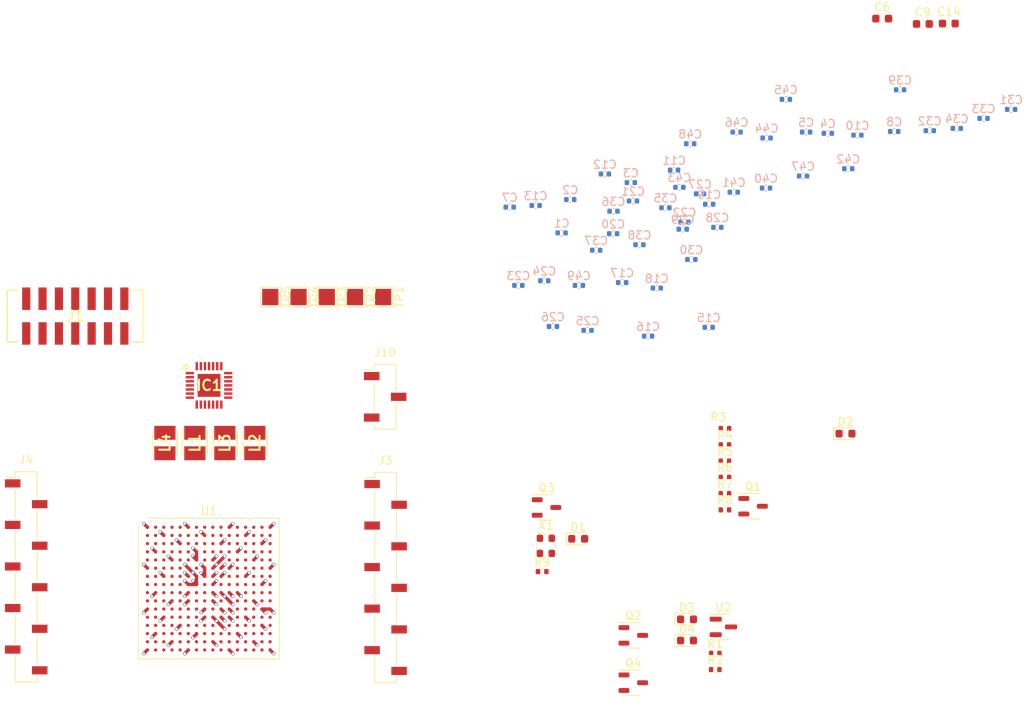
<source format=kicad_pcb>
(kicad_pcb (version 20221018) (generator pcbnew)
  (layers (0 "F.Cu" signal) (1 "In1.Cu" signal) (2 "In2.Cu" signal) (3 "In3.Cu" signal) (4 "In4.Cu" signal) (5 "In5.Cu" signal) (6 "In6.Cu" signal) (31 "B.Cu" signal) (34 "B.Paste" user) (35 "F.Paste" user) (36 "B.SilkS" user "B.Silkscreen") (37 "F.SilkS" user "F.Silkscreen") (38 "B.Mask" user) (39 "F.Mask" user) (44 "Edge.Cuts" user))
  (net 0 "")
  (net 1 "GND")
  (net 2 "EN1")
  (net 3 "Net-(D1-K)")
  (net 4 "Net-(D2-K)")
  (net 5 "Net-(D3-K)")
  (net 6 "Net-(D4-K)")
  (net 7 "EN3")
  (net 8 "PG4")
  (net 9 "EN4")
  (net 10 "LX4")
  (net 11 "LX3")
  (net 12 "EN2")
  (net 13 "LX2")
  (net 14 "LX1")
  (net 17 "TDI")
  (net 18 "TDO")
  (net 19 "TCK")
  (net 20 "TMS")
  (net 21 "Net-(J3-Pin_1)")
  (net 22 "Net-(J3-Pin_2)")
  (net 23 "Net-(J3-Pin_3)")
  (net 24 "Net-(J3-Pin_4)")
  (net 25 "Net-(J3-Pin_5)")
  (net 26 "Net-(J3-Pin_6)")
  (net 27 "Net-(J3-Pin_7)")
  (net 28 "Net-(J3-Pin_8)")
  (net 29 "Net-(J3-Pin_9)")
  (net 30 "Net-(J3-Pin_10)")
  (net 31 "Net-(J4-Pin_1)")
  (net 32 "Net-(J4-Pin_2)")
  (net 33 "Net-(J4-Pin_3)")
  (net 34 "Net-(J4-Pin_4)")
  (net 35 "Net-(J4-Pin_5)")
  (net 36 "Net-(J4-Pin_6)")
  (net 37 "Net-(J4-Pin_7)")
  (net 38 "Net-(J4-Pin_8)")
  (net 39 "Net-(J4-Pin_9)")
  (net 40 "Net-(J4-Pin_10)")
  (net 41 "DONE")
  (net 42 "LED_Test")
  (net 43 "INIT_B")
  (net 44 "Net-(U1C-PROGRAM_B_0)")
  (net 45 "Net-(X1-Tri-State)")
  (net 101 "Net-(U1C-VREFP_0)")
  (net 117 "CLK")
  (net 200 "1.8V")
  (net 201 "1V")
  (net 202 "3.3V")
  (net 203 "1.2V")
  (footprint "Resistor_SMD:R_0402_1005Metric" (layer "F.Cu") (at 164.07 90.92)
    (fp_text reference "R3")
    (fp_text value "10k")
  )
  (footprint "Connector_PinSocket_2.54mm:PinSocket_1x10_P2.54mm_Vertical_SMD_Pin1Left" (layer "F.Cu") (at 78.625 109.065)
    (fp_text reference "J4")
    (fp_text value "Conn_01x10_Socket")
  )
  (footprint "LED_SMD:LED_0603_1608Metric" (layer "F.Cu") (at 159.43 114.26)
    (fp_text reference "D3")
    (fp_text value "DONE")
  )
  (footprint "Resistor_SMD:R_0402_1005Metric" (layer "F.Cu") (at 164.07 98.88)
    (fp_text reference "R7")
    (fp_text value "1k")
  )
  (footprint "74404032015:INDPM3030X150N" (layer "F.Cu") (at 95.583334 92.7 -90)
    (fp_text reference "L4")
    (fp_text value "1u5" hide)
  )
  (footprint "TestPoint:TestPoint_Pad_2.0x2.0mm" (layer "F.Cu") (at 118.825 74.85 -90)
    (fp_text reference "TP2")
    (fp_text value "1V")
  )
  (footprint "LED_SMD:LED_0603_1608Metric" (layer "F.Cu") (at 159.43 116.85)
    (fp_text reference "D4")
    (fp_text value "INIT_B")
  )
  (footprint "Resistor_SMD:R_0402_1005Metric" (layer "F.Cu") (at 162.89 120.4)
    (fp_text reference "R2")
    (fp_text value "4k7")
  )
  (footprint "TestPoint:TestPoint_Pad_2.0x2.0mm" (layer "F.Cu") (at 122.275 74.85 -90)
    (fp_text reference "TP1")
    (fp_text value "GND")
  )
  (footprint "Package_TO_SOT_SMD:SOT-23-3" (layer "F.Cu") (at 152.86 122.01)
    (fp_text reference "Q4")
    (fp_text value "2N7000")
  )
  (footprint "74404032015:INDPM3030X150N" (layer "F.Cu") (at 102.916666 92.7 -90)
    (fp_text reference "L3")
    (fp_text value "1u5" hide)
  )
  (footprint "Capacitor_SMD:C_0603_1608Metric" (layer "F.Cu") (at 191.449 41.4)
    (fp_text reference "C14")
    (fp_text value "100u")
  )
  (footprint "Resistor_SMD:R_0402_1005Metric" (layer "F.Cu") (at 164.07 96.89)
    (fp_text reference "R6")
    (fp_text value "10k")
  )
  (footprint "74404032015:INDPM3030X150N" (layer "F.Cu") (at 99.25 92.7 -90)
    (fp_text reference "L1")
    (fp_text value "1u5" hide)
  )
  (footprint "LED_SMD:LED_0603_1608Metric" (layer "F.Cu") (at 178.8125 91.55)
    (fp_text reference "D2")
    (fp_text value "PG")
  )
  (footprint "TestPoint:TestPoint_Pad_2.0x2.0mm" (layer "F.Cu") (at 115.375 74.85 -90)
    (fp_text reference "TP3")
    (fp_text value "1.2V")
  )
  (footprint "Resistor_SMD:R_0402_1005Metric" (layer "F.Cu") (at 141.72 108.42)
    (fp_text reference "R9")
    (fp_text value "1k")
  )
  (footprint "LED_SMD:LED_0603_1608Metric" (layer "F.Cu") (at 146.12 104.41)
    (fp_text reference "D1")
    (fp_text value "Test-LED")
  )
  (footprint "Capacitor_SMD:C_0603_1608Metric" (layer "F.Cu") (at 183.3 40.8)
    (fp_text reference "C6")
    (fp_text value "47u")
  )
  (footprint "Resistor_SMD:R_0402_1005Metric" (layer "F.Cu") (at 164.07 100.87)
    (fp_text reference "R8")
    (fp_text value "5k")
  )
  (footprint "Package_TO_SOT_SMD:SOT-23-3" (layer "F.Cu") (at 167.51 100.43)
    (fp_text reference "Q1")
    (fp_text value "2N7000")
  )
  (footprint "TestPoint:TestPoint_Pad_2.0x2.0mm" (layer "F.Cu") (at 108.475 74.85 -90)
    (fp_text reference "TP5")
    (fp_text value "3.3V")
  )
  (footprint "74404032015:INDPM3030X150N" (layer "F.Cu") (at 106.583332 92.7 -90)
    (fp_text reference "L2")
    (fp_text value "1u5" hide)
  )
  (footprint "TestPoint:TestPoint_Pad_2.0x2.0mm" (layer "F.Cu") (at 111.925 74.85 -90)
    (fp_text reference "TP4")
    (fp_text value "1.8V")
  )
  (footprint "Package_TO_SOT_SMD:SOT-23-3" (layer "F.Cu") (at 152.86 116.22)
    (fp_text reference "Q2")
    (fp_text value "2N7000")
  )
  (footprint "Package_TO_SOT_SMD:SOT-23" (layer "F.Cu") (at 163.88 115.19)
    (fp_text reference "U2")
    (fp_text value "REF3012")
  )
  (footprint "Resistor_SMD:R_0402_1005Metric" (layer "F.Cu") (at 164.07 92.91)
    (fp_text reference "R4")
    (fp_text value "10k")
  )
  (footprint "Connector_PinSocket_2.54mm:PinSocket_1x10_P2.54mm_Vertical_SMD_Pin1Left" (layer "F.Cu") (at 122.575 109.14)
    (fp_text reference "J3")
    (fp_text value "Conn_01x10_Socket")
  )
  (footprint "Capacitor_SMD:C_0603_1608Metric" (layer "F.Cu") (at 188.275 41.45)
    (fp_text reference "C9")
    (fp_text value "100u")
  )
  (footprint "Package_BGA:Xilinx_FTG256" (layer "F.Cu") (at 100.95 110.5)
    (fp_text reference "U1")
    (fp_text value "XC7A15T-FTG256")
  )
  (footprint "Oscillator:Oscillator_SMD_ECS_2520MV-xxx-xx-4Pin_2.5x2.0mm" (layer "F.Cu") (at 142.17 105.27)
    (fp_text reference "X1")
    (fp_text value "ECS-2520MV-160-CN-TR")
  )
  (footprint "Resistor_SMD:R_0402_1005Metric" (layer "F.Cu") (at 162.89 118.41)
    (fp_text reference "R1")
    (fp_text value "4k7")
  )
  (footprint "MAX20029ATIF_V+:QFN50P500X500X80-29N" (layer "F.Cu") (at 100.983334 85.65)
    (fp_text reference "IC1")
    (fp_text value "MAX20029ATIF_V+" hide)
  )
  (footprint "87832-1420:87832-1420" (layer "F.Cu") (at 84.625 77.175)
    (fp_text reference "J1")
    (fp_text value "Conn_02x07_Odd_Even" hide)
  )
  (footprint "Connector_PinSocket_2.54mm:PinSocket_1x03_P2.54mm_Vertical_SMD_Pin1Left" (layer "F.Cu") (at 122.525 87.05)
    (fp_text reference "J10")
    (fp_text value "Conn_01x03_Socket")
  )
  (footprint "Resistor_SMD:R_0402_1005Metric" (layer "F.Cu") (at 164.07 94.9)
    (fp_text reference "R5")
    (fp_text value "10k")
  )
  (footprint "Package_TO_SOT_SMD:SOT-23-3" (layer "F.Cu") (at 142.25 100.58)
    (fp_text reference "Q3")
    (fp_text value "2N7000")
  )
  (footprint "Capacitor_SMD:C_0402_1005Metric" (layer "B.Cu") (at 159.968 70.25 180)
    (fp_text reference "C30")
    (fp_text value "470n")
  )
  (footprint "Capacitor_SMD:C_0402_1005Metric" (layer "B.Cu") (at 153.62 68.45 180)
    (fp_text reference "C38")
    (fp_text value "470n")
  )
  (footprint "Capacitor_SMD:C_0402_1005Metric" (layer "B.Cu") (at 159.125 65.675 180)
    (fp_text reference "C22")
    (fp_text value "4u7")
  )
  (footprint "Capacitor_SMD:C_0402_1005Metric" (layer "B.Cu") (at 146.214 73.425 180)
    (fp_text reference "C49")
    (fp_text value "470n")
  )
  (footprint "Capacitor_SMD:C_0402_1005Metric" (layer "B.Cu") (at 165.5 54.675 180)
    (fp_text reference "C46")
    (fp_text value "47u")
  )
  (footprint "Capacitor_SMD:C_0402_1005Metric" (layer "B.Cu") (at 154.678 79.625 180)
    (fp_text reference "C16")
    (fp_text value "470n")
  )
  (footprint "Capacitor_SMD:C_0402_1005Metric" (layer "B.Cu") (at 189.12 54.5 180)
    (fp_text reference "C32")
    (fp_text value "4u7")
  )
  (footprint "Capacitor_SMD:C_0402_1005Metric" (layer "B.Cu") (at 157.852 59.325 180)
    (fp_text reference "C11")
    (fp_text value "4u7")
  )
  (footprint "Capacitor_SMD:C_0402_1005Metric" (layer "B.Cu") (at 147.272 78.925 180)
    (fp_text reference "C25")
    (fp_text value "470n")
  )
  (footprint "Capacitor_SMD:C_0402_1005Metric" (layer "B.Cu") (at 169.165 55.4 180)
    (fp_text reference "C44")
    (fp_text value "75p")
  )
  (footprint "Capacitor_SMD:C_0402_1005Metric" (layer "B.Cu") (at 158.91 66.55 180)
    (fp_text reference "C29")
    (fp_text value "470n")
  )
  (footprint "Capacitor_SMD:C_0402_1005Metric" (layer "B.Cu") (at 180.275 55.05 180)
    (fp_text reference "C10")
    (fp_text value "4u7")
  )
  (footprint "Capacitor_SMD:C_0402_1005Metric" (layer "B.Cu") (at 141.982 72.85 180)
    (fp_text reference "C24")
    (fp_text value "470n")
  )
  (footprint "Capacitor_SMD:C_0402_1005Metric" (layer "B.Cu") (at 165.15 62.025 180)
    (fp_text reference "C41")
    (fp_text value "4u7")
  )
  (footprint "Capacitor_SMD:C_0402_1005Metric" (layer "B.Cu") (at 138.808 73.425 180)
    (fp_text reference "C23")
    (fp_text value "470n")
  )
  (footprint "Capacitor_SMD:C_0402_1005Metric" (layer "B.Cu") (at 185.49 49.5 180)
    (fp_text reference "C39")
    (fp_text value "4u7")
  )
  (footprint "Capacitor_SMD:C_0402_1005Metric" (layer "B.Cu") (at 152.562 60.85 180)
    (fp_text reference "C3")
    (fp_text value "470n")
  )
  (footprint "Capacitor_SMD:C_0402_1005Metric" (layer "B.Cu") (at 144.098 67 180)
    (fp_text reference "C1")
    (fp_text value "470n")
  )
  (footprint "Capacitor_SMD:C_0402_1005Metric" (layer "B.Cu") (at 162.084 78.55 180)
    (fp_text reference "C15")
    (fp_text value "470n")
  )
  (footprint "Capacitor_SMD:C_0402_1005Metric" (layer "B.Cu") (at 162.145 63.5 180)
    (fp_text reference "C19")
    (fp_text value "4u7")
  )
  (footprint "Capacitor_SMD:C_0402_1005Metric" (layer "B.Cu") (at 150.4 67.1 180)
    (fp_text reference "C20")
    (fp_text value "4u7")
  )
  (footprint "Capacitor_SMD:C_0402_1005Metric" (layer "B.Cu") (at 143.04 78.45 180)
    (fp_text reference "C26")
    (fp_text value "470n")
  )
  (footprint "Capacitor_SMD:C_0402_1005Metric" (layer "B.Cu") (at 184.775 54.6 180)
    (fp_text reference "C8")
    (fp_text value "47u")
  )
  (footprint "Capacitor_SMD:C_0402_1005Metric" (layer "B.Cu") (at 156.794 63.925 180)
    (fp_text reference "C35")
    (fp_text value "470n")
  )
  (footprint "Capacitor_SMD:C_0402_1005Metric" (layer "B.Cu") (at 174 54.675 180)
    (fp_text reference "C5")
    (fp_text value "4u7")
  )
  (footprint "Capacitor_SMD:C_0402_1005Metric" (layer "B.Cu") (at 152.825 63.1 180)
    (fp_text reference "C21")
    (fp_text value "4u7")
  )
  (footprint "Capacitor_SMD:C_0402_1005Metric" (layer "B.Cu") (at 169.1 61.525 180)
    (fp_text reference "C40")
    (fp_text value "4u7")
  )
  (footprint "Capacitor_SMD:C_0402_1005Metric" (layer "B.Cu") (at 155.736 73.75 180)
    (fp_text reference "C18")
    (fp_text value "470n")
  )
  (footprint "Capacitor_SMD:C_0402_1005Metric" (layer "B.Cu") (at 192.42 54.225 180)
    (fp_text reference "C34")
    (fp_text value "4u7")
  )
  (footprint "Capacitor_SMD:C_0402_1005Metric" (layer "B.Cu") (at 176.65 54.825 180)
    (fp_text reference "C4")
    (fp_text value "4u7")
  )
  (footprint "Capacitor_SMD:C_0402_1005Metric" (layer "B.Cu") (at 171.525 50.675 180)
    (fp_text reference "C45")
    (fp_text value "47u")
  )
  (footprint "Capacitor_SMD:C_0402_1005Metric" (layer "B.Cu") (at 173.625 60.05 180)
    (fp_text reference "C47")
    (fp_text value "47u")
  )
  (footprint "Capacitor_SMD:C_0402_1005Metric" (layer "B.Cu") (at 150.446 64.35 180)
    (fp_text reference "C36")
    (fp_text value "470n")
  )
  (footprint "Capacitor_SMD:C_0402_1005Metric" (layer "B.Cu") (at 148.33 69.125 180)
    (fp_text reference "C37")
    (fp_text value "470n")
  )
  (footprint "Capacitor_SMD:C_0402_1005Metric" (layer "B.Cu") (at 151.504 73.075 180)
    (fp_text reference "C17")
    (fp_text value "470n")
  )
  (footprint "Capacitor_SMD:C_0402_1005Metric" (layer "B.Cu") (at 199.07 51.9 180)
    (fp_text reference "C31")
    (fp_text value "4u7")
  )
  (footprint "Capacitor_SMD:C_0402_1005Metric" (layer "B.Cu") (at 161.026 62.225 180)
    (fp_text reference "C27")
    (fp_text value "470n")
  )
  (footprint "Capacitor_SMD:C_0402_1005Metric" (layer "B.Cu") (at 195.695 53 180)
    (fp_text reference "C33")
    (fp_text value "4u7")
  )
  (footprint "Capacitor_SMD:C_0402_1005Metric" (layer "B.Cu") (at 140.924 63.65 180)
    (fp_text reference "C13")
    (fp_text value "470n")
  )
  (footprint "Capacitor_SMD:C_0402_1005Metric" (layer "B.Cu") (at 158.5 61.425 180)
    (fp_text reference "C43")
    (fp_text value "4u7")
  )
  (footprint "Capacitor_SMD:C_0402_1005Metric" (layer "B.Cu") (at 159.825 56.1 180)
    (fp_text reference "C48")
    (fp_text value "47u")
  )
  (footprint "Capacitor_SMD:C_0402_1005Metric" (layer "B.Cu") (at 145.156 62.925 180)
    (fp_text reference "C2")
    (fp_text value "470n")
  )
  (footprint "Capacitor_SMD:C_0402_1005Metric" (layer "B.Cu") (at 149.388 59.8 180)
    (fp_text reference "C12")
    (fp_text value "470n")
  )
  (footprint "Capacitor_SMD:C_0402_1005Metric" (layer "B.Cu") (at 163.142 66.325 180)
    (fp_text reference "C28")
    (fp_text value "470n")
  )
  (footprint "Capacitor_SMD:C_0402_1005Metric" (layer "B.Cu") (at 137.75 63.85 180)
    (fp_text reference "C7")
    (fp_text value "470n")
  )
  (footprint "Capacitor_SMD:C_0402_1005Metric" (layer "B.Cu") (at 179.15 59.15 180)
    (fp_text reference "C42")
    (fp_text value "4u7")
  )
  (segment (start 99.45 110) (end 98.45 110) (width 0.4) (layer "F.Cu") (net 1))
  (segment (start 99.45 110) (end 99 109.55) (width 0.4) (layer "F.Cu") (net 1))
  (segment (start 108.45 108) (end 108.9 107.55) (width 0.4) (layer "F.Cu") (net 1))
  (segment (start 108.45 118) (end 108.9 118.45) (width 0.4) (layer "F.Cu") (net 1))
  (segment (start 97.45 105) (end 97 104.55) (width 0.4) (layer "F.Cu") (net 1))
  (segment (start 99.45 110) (end 99.45 109) (width 0.4) (layer "F.Cu") (net 1))
  (segment (start 98.45 112) (end 98 112.45) (width 0.4) (layer "F.Cu") (net 1))
  (segment (start 102.45 108) (end 102.9 107.55) (width 0.4) (layer "F.Cu") (net 1))
  (segment (start 104.45 106) (end 104.9 105.55) (width 0.4) (layer "F.Cu") (net 1))
  (segment (start 98.45 108) (end 98 107.55) (width 0.4) (layer "F.Cu") (net 1))
  (segment (start 100.45 104) (end 100 103.55) (width 0.4) (layer "F.Cu") (net 1))
  (segment (start 106.45 112) (end 106.9 112.45) (width 0.4) (layer "F.Cu") (net 1))
  (segment (start 95.45 109) (end 95 108.55) (width 0.4) (layer "F.Cu") (net 1))
  (segment (start 99.45 109) (end 99 108.55) (width 0.4) (layer "F.Cu") (net 1))
  (segment (start 100.45 114) (end 100 114.45) (width 0.4) (layer "F.Cu") (net 1))
  (segment (start 101.45 109) (end 101.9 108.55) (width 0.4) (layer "F.Cu") (net 1))
  (segment (start 96.45 112) (end 96 112.45) (width 0.4) (layer "F.Cu") (net 1))
  (segment (start 103.45 113) (end 103.9 113.45) (width 0.4) (layer "F.Cu") (net 1))
  (segment (start 101.45 117) (end 101.9 117.45) (width 0.4) (layer "F.Cu") (net 1))
  (segment (start 99 108.55) (end 98.45 108) (width 0.4) (layer "F.Cu") (net 1))
  (segment (start 97.45 115) (end 97 115.45) (width 0.4) (layer "F.Cu") (net 1))
  (segment (start 102.45 114) (end 102.9 114.45) (width 0.4) (layer "F.Cu") (net 1))
  (segment (start 103.45 103) (end 103.9 102.55) (width 0.4) (layer "F.Cu") (net 1))
  (segment (start 93.45 113) (end 93 113.45) (width 0.4) (layer "F.Cu") (net 1))
  (segment (start 101.45 107) (end 101.9 106.55) (width 0.4) (layer "F.Cu") (net 1))
  (segment (start 101.45 111) (end 101.9 111.45) (width 0.4) (layer "F.Cu") (net 1))
  (segment (start 94.45 106) (end 94 105.55) (width 0.4) (layer "F.Cu") (net 1))
  (segment (start 107.45 115) (end 107.9 115.45) (width 0.4) (layer "F.Cu") (net 1))
  (segment (start 98.45 118) (end 98 118.45) (width 0.4) (layer "F.Cu") (net 1))
  (segment (start 107.45 105) (end 107.9 104.55) (width 0.4) (layer "F.Cu") (net 1))
  (segment (start 94.45 116) (end 94 116.45) (width 0.4) (layer "F.Cu") (net 1))
  (segment (start 103.45 111) (end 103.9 111.45) (width 0.4) (layer "F.Cu") (net 1))
  (segment (start 105.45 109) (end 105.9 108.55) (width 0.4) (layer "F.Cu") (net 1))
  (segment (start 93.45 103) (end 93 102.55) (width 0.4) (layer "F.Cu") (net 1))
  (segment (start 98.45 110) (end 98 109.55) (width 0.4) (layer "F.Cu") (net 1))
  (segment (start 104.45 116) (end 104.9 116.45) (width 0.4) (layer "F.Cu") (net 1))
  (via (at 106.9 112.45) (size 0.4) (drill 0.3) (layers "F.Cu" "B.Cu") (net 1))
  (via (at 108.9 107.55) (size 0.4) (drill 0.3) (layers "F.Cu" "B.Cu") (net 1))
  (via (at 103.9 111.45) (size 0.4) (drill 0.3) (layers "F.Cu" "B.Cu") (net 1))
  (via (at 93 102.55) (size 0.4) (drill 0.3) (layers "F.Cu" "B.Cu") (net 1))
  (via (at 98 118.45) (size 0.4) (drill 0.3) (layers "F.Cu" "B.Cu") (net 1))
  (via (at 99 108.55) (size 0.4) (drill 0.3) (layers "F.Cu" "B.Cu") (net 1))
  (via (at 98 109.55) (size 0.4) (drill 0.3) (layers "F.Cu" "B.Cu") (net 1))
  (via (at 95 108.55) (size 0.4) (drill 0.3) (layers "F.Cu" "B.Cu") (net 1))
  (via (at 102.9 114.45) (size 0.4) (drill 0.3) (layers "F.Cu" "B.Cu") (net 1))
  (via (at 101.9 106.55) (size 0.4) (drill 0.3) (layers "F.Cu" "B.Cu") (net 1))
  (via (at 99 109.55) (size 0.4) (drill 0.3) (layers "F.Cu" "B.Cu") (net 1))
  (via (at 94 116.45) (size 0.4) (drill 0.3) (layers "F.Cu" "B.Cu") (net 1))
  (via (at 98 112.45) (size 0.4) (drill 0.3) (layers "F.Cu" "B.Cu") (net 1))
  (via (at 102.9 107.55) (size 0.4) (drill 0.3) (layers "F.Cu" "B.Cu") (net 1))
  (via (at 100 114.45) (size 0.4) (drill 0.3) (layers "F.Cu" "B.Cu") (net 1))
  (via (at 103.9 102.55) (size 0.4) (drill 0.3) (layers "F.Cu" "B.Cu") (net 1))
  (via (at 104.9 105.55) (size 0.4) (drill 0.3) (layers "F.Cu" "B.Cu") (net 1))
  (via (at 101.9 111.45) (size 0.4) (drill 0.3) (layers "F.Cu" "B.Cu") (net 1))
  (via (at 105.9 108.55) (size 0.4) (drill 0.3) (layers "F.Cu" "B.Cu") (net 1))
  (via (at 97 104.55) (size 0.4) (drill 0.3) (layers "F.Cu" "B.Cu") (net 1))
  (via (at 98 107.55) (size 0.4) (drill 0.3) (layers "F.Cu" "B.Cu") (net 1))
  (via (at 94 105.55) (size 0.4) (drill 0.3) (layers "F.Cu" "B.Cu") (net 1))
  (via (at 107.9 104.55) (size 0.4) (drill 0.3) (layers "F.Cu" "B.Cu") (net 1))
  (via (at 101.9 108.55) (size 0.4) (drill 0.3) (layers "F.Cu" "B.Cu") (net 1))
  (via (at 101.9 117.45) (size 0.4) (drill 0.3) (layers "F.Cu" "B.Cu") (net 1))
  (via (at 103.9 113.45) (size 0.4) (drill 0.3) (layers "F.Cu" "B.Cu") (net 1))
  (via (at 104.9 116.45) (size 0.4) (drill 0.3) (layers "F.Cu" "B.Cu") (net 1))
  (via (at 97 115.45) (size 0.4) (drill 0.3) (layers "F.Cu" "B.Cu") (net 1))
  (via (at 108.9 118.45) (size 0.4) (drill 0.3) (layers "F.Cu" "B.Cu") (net 1))
  (via (at 107.9 115.45) (size 0.4) (drill 0.3) (layers "F.Cu" "B.Cu") (net 1))
  (via (at 100 103.55) (size 0.4) (drill 0.3) (layers "F.Cu" "B.Cu") (net 1))
  (via (at 93 113.45) (size 0.4) (drill 0.3) (layers "F.Cu" "B.Cu") (net 1))
  (via (at 96 112.45) (size 0.4) (drill 0.3) (layers "F.Cu" "B.Cu") (net 1))
  (segment (start 102.45 113) (end 102.9 113.45) (width 0.4) (layer "F.Cu") (net 200))
  (segment (start 102.45 109) (end 102.9 108.55) (width 0.4) (layer "F.Cu") (net 200))
  (segment (start 100.45 109) (end 100 108.55) (width 0.4) (layer "F.Cu") (net 200))
  (segment (start 102.9 111.45) (end 103.45 112) (width 0.4) (layer "F.Cu") (net 200))
  (segment (start 100.45 108) (end 100 107.55) (width 0.4) (layer "F.Cu") (net 200))
  (segment (start 102.45 111) (end 102.9 111.45) (width 0.4) (layer "F.Cu") (net 200))
  (segment (start 100.45 109) (end 100.45 108) (width 0.4) (layer "F.Cu") (net 200))
  (segment (start 103.45 112) (end 103.9 112.45) (width 0.4) (layer "F.Cu") (net 200))
  (via (at 103.9 112.45) (size 0.4) (drill 0.3) (layers "F.Cu" "B.Cu") (net 200))
  (via (at 102.9 111.45) (size 0.4) (drill 0.3) (layers "F.Cu" "B.Cu") (net 200))
  (via (at 100 108.55) (size 0.4) (drill 0.3) (layers "F.Cu" "B.Cu") (net 200))
  (via (at 102.9 108.55) (size 0.4) (drill 0.3) (layers "F.Cu" "B.Cu") (net 200))
  (via (at 102.9 113.45) (size 0.4) (drill 0.3) (layers "F.Cu" "B.Cu") (net 200))
  (via (at 100 107.55) (size 0.4) (drill 0.3) (layers "F.Cu" "B.Cu") (net 200))
  (segment (start 101.45 108) (end 101.9 107.55) (width 0.4) (layer "F.Cu") (net 201))
  (segment (start 101.45 112) (end 101.875 112.425) (width 0.4) (layer "F.Cu") (net 201))
  (segment (start 103.45 108) (end 103.9 107.55) (width 0.4) (layer "F.Cu") (net 201))
  (segment (start 98.45 109) (end 98 108.55) (width 0.4) (layer "F.Cu") (net 201))
  (segment (start 102.45 107) (end 102.9 106.55) (width 0.4) (layer "F.Cu") (net 201))
  (segment (start 100.45 113) (end 100.025 113.425) (width 0.4) (layer "F.Cu") (net 201))
  (segment (start 98.45 111) (end 98 111.45) (width 0.4) (layer "F.Cu") (net 201))
  (segment (start 101.9 107.55) (end 102.45 107) (width 0.4) (layer "F.Cu") (net 201))
  (segment (start 101.45 110) (end 101.9 109.55) (width 0.4) (layer "F.Cu") (net 201))
  (via (at 98 111.45) (size 0.4) (drill 0.3) (layers "F.Cu" "B.Cu") (net 201))
  (via (at 102.9 106.55) (size 0.4) (drill 0.3) (layers "F.Cu" "B.Cu") (net 201))
  (via (at 103.9 107.55) (size 0.4) (drill 0.3) (layers "F.Cu" "B.Cu") (net 201))
  (via (at 98 108.55) (size 0.4) (drill 0.3) (layers "F.Cu" "B.Cu") (net 201))
  (via (at 100.025 113.425) (size 0.4) (drill 0.3) (layers "F.Cu" "B.Cu") (net 201))
  (via (at 101.9 107.55) (size 0.4) (drill 0.3) (layers "F.Cu" "B.Cu") (net 201))
  (via (at 101.9 109.55) (size 0.4) (drill 0.3) (layers "F.Cu" "B.Cu") (net 201))
  (via (at 101.875 112.425) (size 0.4) (drill 0.3) (layers "F.Cu" "B.Cu") (net 201))
  (segment (start 107.45 113) (end 107.9 113.45) (width 0.4) (layer "F.Cu") (net 202))
  (segment (start 107.45 113) (end 108.45 113) (width 0.4) (layer "F.Cu") (net 202))
  (segment (start 96.45 107) (end 96 106.55) (width 0.4) (layer "F.Cu") (net 202))
  (segment (start 93.45 118) (end 93 118.45) (width 0.4) (layer "F.Cu") (net 202))
  (segment (start 103.45 118) (end 103.9 118.45) (width 0.4) (layer "F.Cu") (net 202))
  (segment (start 106.45 117) (end 106.9 117.45) (width 0.4) (layer "F.Cu") (net 202))
  (segment (start 103.45 114) (end 103.9 114.45) (width 0.4) (layer "F.Cu") (net 202))
  (segment (start 102.45 115) (end 102.9 115.45) (width 0.4) (layer "F.Cu") (net 202))
  (segment (start 101.9 114.45) (end 102.45 115) (width 0.4) (layer "F.Cu") (net 202))
  (segment (start 95.45 104) (end 95 103.55) (width 0.4) (layer "F.Cu") (net 202))
  (segment (start 99.45 116) (end 99.45 116.05) (width 0.4) (layer "F.Cu") (net 202))
  (segment (start 108.45 113) (end 108.9 113.45) (width 0.4) (layer "F.Cu") (net 202))
  (segment (start 104.45 111) (end 104.9 111.45) (width 0.4) (layer "F.Cu") (net 202))
  (segment (start 102.45 105) (end 102.9 104.55) (width 0.4) (layer "F.Cu") (net 202))
  (segment (start 105.45 114) (end 105.9 114.45) (width 0.4) (layer "F.Cu") (net 202))
  (segment (start 93.45 108) (end 93 107.55) (width 0.4) (layer "F.Cu") (net 202))
  (segment (start 96.45 117) (end 96 117.45) (width 0.4) (layer "F.Cu") (net 202))
  (segment (start 107.45 110) (end 107.9 109.55) (width 0.4) (layer "F.Cu") (net 202))
  (segment (start 98.45 103) (end 98 102.55) (width 0.4) (layer "F.Cu") (net 202))
  (segment (start 105.45 104) (end 105.9 103.55) (width 0.4) (layer "F.Cu") (net 202))
  (segment (start 94.45 111) (end 94 111.45) (width 0.4) (layer "F.Cu") (net 202))
  (segment (start 99.45 107) (end 99.45 106) (width 0.4) (layer "F.Cu") (net 202))
  (segment (start 99.45 107) (end 98.95 106.5) (width 0.4) (layer "F.Cu") (net 202))
  (segment (start 108.45 103) (end 108.9 102.55) (width 0.4) (layer "F.Cu") (net 202))
  (segment (start 95.45 114) (end 95 114.45) (width 0.4) (layer "F.Cu") (net 202))
  (segment (start 101.45 114) (end 101.9 114.45) (width 0.4) (layer "F.Cu") (net 202))
  (segment (start 99.45 116.05) (end 99 116.5) (width 0.4) (layer "F.Cu") (net 202))
  (segment (start 99.45 106) (end 99 105.55) (width 0.4) (layer "F.Cu") (net 202))
  (segment (start 106.45 107) (end 106.9 106.55) (width 0.4) (layer "F.Cu") (net 202))
  (via (at 106.9 106.55) (size 0.4) (drill 0.3) (layers "F.Cu" "B.Cu") (net 202))
  (via (at 99 105.55) (size 0.4) (drill 0.3) (layers "F.Cu" "B.Cu") (net 202))
  (via (at 108.9 113.45) (size 0.4) (drill 0.3) (layers "F.Cu" "B.Cu") (net 202))
  (via (at 103.9 114.45) (size 0.4) (drill 0.3) (layers "F.Cu" "B.Cu") (net 202))
  (via (at 99 116.5) (size 0.4) (drill 0.3) (layers "F.Cu" "B.Cu") (net 202))
  (via (at 95 114.45) (size 0.4) (drill 0.3) (layers "F.Cu" "B.Cu") (net 202))
  (via (at 105.9 103.55) (size 0.4) (drill 0.3) (layers "F.Cu" "B.Cu") (net 202))
  (via (at 104.9 111.45) (size 0.4) (drill 0.3) (layers "F.Cu" "B.Cu") (net 202))
  (via (at 98 102.55) (size 0.4) (drill 0.3) (layers "F.Cu" "B.Cu") (net 202))
  (via (at 95 103.55) (size 0.4) (drill 0.3) (layers "F.Cu" "B.Cu") (net 202))
  (via (at 102.9 115.45) (size 0.4) (drill 0.3) (layers "F.Cu" "B.Cu") (net 202))
  (via (at 107.9 113.45) (size 0.4) (drill 0.3) (layers "F.Cu" "B.Cu") (net 202))
  (via (at 107.9 109.55) (size 0.4) (drill 0.3) (layers "F.Cu" "B.Cu") (net 202))
  (via (at 98.95 106.5) (size 0.4) (drill 0.3) (layers "F.Cu" "B.Cu") (net 202))
  (via (at 93 118.45) (size 0.4) (drill 0.3) (layers "F.Cu" "B.Cu") (net 202))
  (via (at 96 117.45) (size 0.4) (drill 0.3) (layers "F.Cu" "B.Cu") (net 202))
  (via (at 101.9 114.45) (size 0.4) (drill 0.3) (layers "F.Cu" "B.Cu") (net 202))
  (via (at 105.9 114.45) (size 0.4) (drill 0.3) (layers "F.Cu" "B.Cu") (net 202))
  (via (at 108.9 102.55) (size 0.4) (drill 0.3) (layers "F.Cu" "B.Cu") (net 202))
  (via (at 106.9 117.45) (size 0.4) (drill 0.3) (layers "F.Cu" "B.Cu") (net 202))
  (via (at 102.9 104.55) (size 0.4) (drill 0.3) (layers "F.Cu" "B.Cu") (net 202))
  (via (at 103.9 118.45) (size 0.4) (drill 0.3) (layers "F.Cu" "B.Cu") (net 202))
  (via (at 94 111.45) (size 0.4) (drill 0.3) (layers "F.Cu" "B.Cu") (net 202))
  (via (at 93 107.55) (size 0.4) (drill 0.3) (layers "F.Cu" "B.Cu") (net 202))
  (via (at 96 106.55) (size 0.4) (drill 0.3) (layers "F.Cu" "B.Cu") (net 202))
)
</source>
